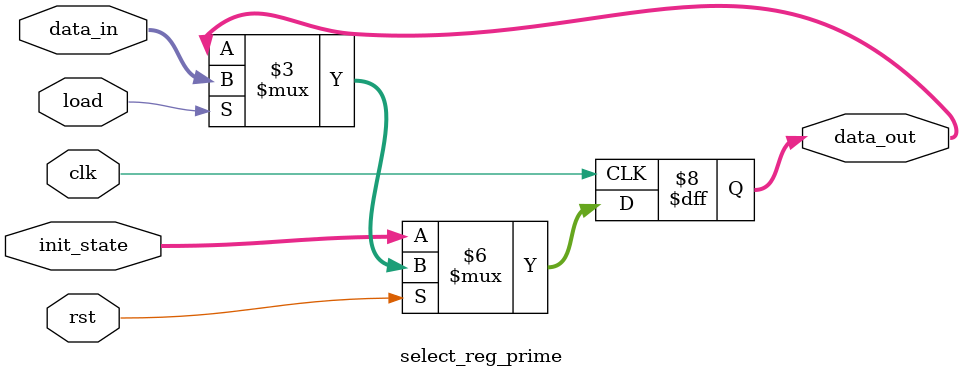
<source format=sv>

`ifndef TOGGLE_RULE 
	`define TOGGLE_RULE 5
`endif

module register #(parameter WIDTH = 64)
   (input clk, rst, load,
    input [WIDTH-1:0] data_in,
    output reg [WIDTH-1:0] data_out);

   always @(posedge clk)
     begin
	if(~rst)
	  data_out <= 'b0;
	else if(load)
	  data_out <= data_in;
     end
endmodule // register

module comparator #(parameter WIDTH = 64)
   (input [WIDTH-1:0] in1, in2,
    output eq);

   assign eq = (in1 == in2) ? 1 : 0;
endmodule // comparator

module demux #(parameter WIDTH = 64, W_LOG_2 = 6)
  (input [WIDTH-1:0] data_in,
   input [W_LOG_2-1:0] sel,
    output     data_out);

   assign data_out = data_in[sel];
endmodule // demux

/**
 * Register that loads a single bit from the input at a time, addressed by sel.
 * Reset state specified by init_state.
 */
module select_reg #(parameter WIDTH = 64, W_LOG_2 = 6)
   (input clk, rst, load,
    input [WIDTH-1:0] data_in, init_state,
    input [W_LOG_2-1:0] sel,
    output reg [WIDTH-1:0] data_out);

   always @(posedge clk)
     begin
	if(~rst)
	  data_out <= init_state;
	else if(load)
	  data_out[sel] <= data_in[sel];
     end
endmodule // state_reg

/**
 * Register that loads a single bit from the input at a time, addressed by sel.
 * Reset state specified by init_state. Also contains a toggle which flips a state
   bit at the appropriate round number. Used for ca simulation.
 */
module toggle_ca_reg #(parameter WIDTH = 64, W_LOG_2 = 6)
   (input clk, rst, load,
    input [9:0] toggle,
    input [WIDTH-1:0] data_in, init_state,
    input [W_LOG_2-1:0] sel, input [9:0] round_number,
    output reg [WIDTH-1:0] data_out);

   bit toggled; //Keeps track of whether or not the toggle has occurred already

   always @(posedge clk)
     begin
	if(~rst) begin
	  toggled <= 0;
	  data_out <= init_state;
	end
	else if(load) begin
	  data_out[sel] <= data_in[sel];
	  if (toggle == round_number & toggled == 0) begin
	    toggled <= 1;
	    data_out[`TOGGLE_RULE] <= ~data_out[`TOGGLE_RULE];
	  end
	end
     end
endmodule // state_reg

/**
 * Register that loads a single bit from the input at a time, addressed by sel.
 * Reset state specified by init_state. Also contains a toggle which flips a state
   bit at the appropriate iteration number. Used for ra simulation.
 */
module toggle_ra_reg #(parameter WIDTH = 64, W_LOG_2 = 6)
   (input clk, rst, load,
    input [9:0] toggle,
    input [WIDTH-1:0] data_in, init_state,
    input [W_LOG_2-1:0] sel, input [9:0] iteration_number,
    output reg [WIDTH-1:0] data_out);

   bit toggled; //Keeps track of whether or not the toggle has occurred already

   always @(posedge clk)
     begin
	if(~rst) begin
	  toggled <= 0;
	  data_out <= init_state;
	end
	else if(load) begin
	  data_out[sel] <= data_in[sel];
	  if (toggle == iteration_number & toggled == 0) begin
	    toggled <= 1;
	    data_out[`TOGGLE_RULE] <= ~data_out[`TOGGLE_RULE];
	  end
	end
     end
endmodule // state_reg

/**
 * Register that loads all bits from the input at a time, addressed by sel.
 * Reset state specified by init_state. Also contains a toggle which flips a state
   bit at the appropriate iteration number. Used for ra simulation.
 */
module toggle_ra_reg_prime #(parameter WIDTH = 64, W_LOG_2 = 6)
   (input clk, rst, load,
    input [9:0] toggle,
    input [WIDTH-1:0] data_in, init_state,
    input [9:0] iteration_number,
    output reg [WIDTH-1:0] data_out);

   bit toggled; //Keeps track of whether or not the toggle has occurred already

   always @(posedge clk)
     begin
	if(~rst) begin
	  toggled <= 0;
	  data_out <= init_state;
	end
	else if(load) begin
	  data_out <= data_in;
	  if (toggle == iteration_number & toggled == 0) begin
	    toggled <= 1;
	    data_out[`TOGGLE_RULE] <= ~data_out[`TOGGLE_RULE];
	  end
	end
     end
endmodule // state_reg

module valid_rule #(parameter RULES = 68, R_LOG_2 = 7)
	(input  bit [R_LOG_2-1:0] random_addr,
	 output bit validRule);

	assign validRule = (random_addr < RULES) ? 1 : 0;

endmodule

/* Maps groups of RNG numbers to one particular rule number. Used to minimize misses. */
module rule_map #(parameter LARGE = 10, MAP = 7, RULES = 68, GROUP = 15)
	(input  bit [LARGE-1:0] random_addr,
         output bit [MAP-1:0] rule,
	 output bit validRule);
	
	assign rule = random_addr / GROUP;
	assign validRule = (rule < RULES) ? 1 : 0;

endmodule

/* Use for Grouped Asynchronous. Can load multiple changed rules into the new current state for the
   next cycle. */
module select_reg_prime #(parameter WIDTH = 64)
   (input clk, rst, load,
    input [WIDTH-1:0] data_in, init_state,
    output reg [WIDTH-1:0] data_out);

   always @(posedge clk)
     begin
	if(~rst)
	  data_out <= init_state;
	else if(load)
	  data_out <= data_in;
     end
endmodule // state_reg

</source>
